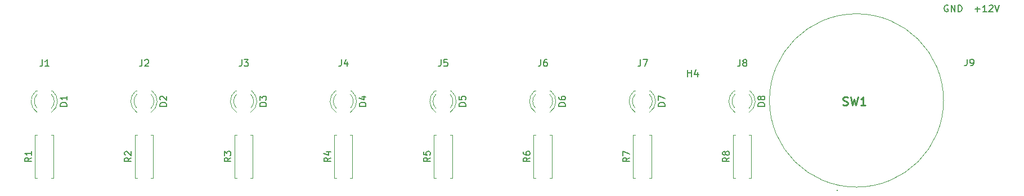
<source format=gto>
%TF.GenerationSoftware,KiCad,Pcbnew,9.0.0+dfsg-1*%
%TF.CreationDate,2025-03-17T15:51:43+01:00*%
%TF.ProjectId,control-matrix-8,636f6e74-726f-46c2-9d6d-61747269782d,1.0*%
%TF.SameCoordinates,Original*%
%TF.FileFunction,Legend,Top*%
%TF.FilePolarity,Positive*%
%FSLAX46Y46*%
G04 Gerber Fmt 4.6, Leading zero omitted, Abs format (unit mm)*
G04 Created by KiCad (PCBNEW 9.0.0+dfsg-1) date 2025-03-17 15:51:43*
%MOMM*%
%LPD*%
G01*
G04 APERTURE LIST*
%ADD10C,0.200000*%
%ADD11C,0.150000*%
%ADD12C,0.254000*%
%ADD13C,0.120000*%
%ADD14C,0.100000*%
G04 APERTURE END LIST*
D10*
X201393482Y-80514838D02*
X201298244Y-80467219D01*
X201298244Y-80467219D02*
X201155387Y-80467219D01*
X201155387Y-80467219D02*
X201012530Y-80514838D01*
X201012530Y-80514838D02*
X200917292Y-80610076D01*
X200917292Y-80610076D02*
X200869673Y-80705314D01*
X200869673Y-80705314D02*
X200822054Y-80895790D01*
X200822054Y-80895790D02*
X200822054Y-81038647D01*
X200822054Y-81038647D02*
X200869673Y-81229123D01*
X200869673Y-81229123D02*
X200917292Y-81324361D01*
X200917292Y-81324361D02*
X201012530Y-81419600D01*
X201012530Y-81419600D02*
X201155387Y-81467219D01*
X201155387Y-81467219D02*
X201250625Y-81467219D01*
X201250625Y-81467219D02*
X201393482Y-81419600D01*
X201393482Y-81419600D02*
X201441101Y-81371980D01*
X201441101Y-81371980D02*
X201441101Y-81038647D01*
X201441101Y-81038647D02*
X201250625Y-81038647D01*
X201869673Y-81467219D02*
X201869673Y-80467219D01*
X201869673Y-80467219D02*
X202441101Y-81467219D01*
X202441101Y-81467219D02*
X202441101Y-80467219D01*
X202917292Y-81467219D02*
X202917292Y-80467219D01*
X202917292Y-80467219D02*
X203155387Y-80467219D01*
X203155387Y-80467219D02*
X203298244Y-80514838D01*
X203298244Y-80514838D02*
X203393482Y-80610076D01*
X203393482Y-80610076D02*
X203441101Y-80705314D01*
X203441101Y-80705314D02*
X203488720Y-80895790D01*
X203488720Y-80895790D02*
X203488720Y-81038647D01*
X203488720Y-81038647D02*
X203441101Y-81229123D01*
X203441101Y-81229123D02*
X203393482Y-81324361D01*
X203393482Y-81324361D02*
X203298244Y-81419600D01*
X203298244Y-81419600D02*
X203155387Y-81467219D01*
X203155387Y-81467219D02*
X202917292Y-81467219D01*
X205441102Y-81086266D02*
X206203007Y-81086266D01*
X205822054Y-81467219D02*
X205822054Y-80705314D01*
X207203006Y-81467219D02*
X206631578Y-81467219D01*
X206917292Y-81467219D02*
X206917292Y-80467219D01*
X206917292Y-80467219D02*
X206822054Y-80610076D01*
X206822054Y-80610076D02*
X206726816Y-80705314D01*
X206726816Y-80705314D02*
X206631578Y-80752933D01*
X207583959Y-80562457D02*
X207631578Y-80514838D01*
X207631578Y-80514838D02*
X207726816Y-80467219D01*
X207726816Y-80467219D02*
X207964911Y-80467219D01*
X207964911Y-80467219D02*
X208060149Y-80514838D01*
X208060149Y-80514838D02*
X208107768Y-80562457D01*
X208107768Y-80562457D02*
X208155387Y-80657695D01*
X208155387Y-80657695D02*
X208155387Y-80752933D01*
X208155387Y-80752933D02*
X208107768Y-80895790D01*
X208107768Y-80895790D02*
X207536340Y-81467219D01*
X207536340Y-81467219D02*
X208155387Y-81467219D01*
X208441102Y-80467219D02*
X208774435Y-81467219D01*
X208774435Y-81467219D02*
X209107768Y-80467219D01*
D11*
X98814819Y-95738094D02*
X97814819Y-95738094D01*
X97814819Y-95738094D02*
X97814819Y-95499999D01*
X97814819Y-95499999D02*
X97862438Y-95357142D01*
X97862438Y-95357142D02*
X97957676Y-95261904D01*
X97957676Y-95261904D02*
X98052914Y-95214285D01*
X98052914Y-95214285D02*
X98243390Y-95166666D01*
X98243390Y-95166666D02*
X98386247Y-95166666D01*
X98386247Y-95166666D02*
X98576723Y-95214285D01*
X98576723Y-95214285D02*
X98671961Y-95261904D01*
X98671961Y-95261904D02*
X98767200Y-95357142D01*
X98767200Y-95357142D02*
X98814819Y-95499999D01*
X98814819Y-95499999D02*
X98814819Y-95738094D01*
X97814819Y-94833332D02*
X97814819Y-94214285D01*
X97814819Y-94214285D02*
X98195771Y-94547618D01*
X98195771Y-94547618D02*
X98195771Y-94404761D01*
X98195771Y-94404761D02*
X98243390Y-94309523D01*
X98243390Y-94309523D02*
X98291009Y-94261904D01*
X98291009Y-94261904D02*
X98386247Y-94214285D01*
X98386247Y-94214285D02*
X98624342Y-94214285D01*
X98624342Y-94214285D02*
X98719580Y-94261904D01*
X98719580Y-94261904D02*
X98767200Y-94309523D01*
X98767200Y-94309523D02*
X98814819Y-94404761D01*
X98814819Y-94404761D02*
X98814819Y-94690475D01*
X98814819Y-94690475D02*
X98767200Y-94785713D01*
X98767200Y-94785713D02*
X98719580Y-94833332D01*
D12*
X185589776Y-95545062D02*
X185771205Y-95605538D01*
X185771205Y-95605538D02*
X186073586Y-95605538D01*
X186073586Y-95605538D02*
X186194538Y-95545062D01*
X186194538Y-95545062D02*
X186255014Y-95484585D01*
X186255014Y-95484585D02*
X186315491Y-95363633D01*
X186315491Y-95363633D02*
X186315491Y-95242681D01*
X186315491Y-95242681D02*
X186255014Y-95121728D01*
X186255014Y-95121728D02*
X186194538Y-95061252D01*
X186194538Y-95061252D02*
X186073586Y-95000776D01*
X186073586Y-95000776D02*
X185831681Y-94940300D01*
X185831681Y-94940300D02*
X185710729Y-94879823D01*
X185710729Y-94879823D02*
X185650252Y-94819347D01*
X185650252Y-94819347D02*
X185589776Y-94698395D01*
X185589776Y-94698395D02*
X185589776Y-94577442D01*
X185589776Y-94577442D02*
X185650252Y-94456490D01*
X185650252Y-94456490D02*
X185710729Y-94396014D01*
X185710729Y-94396014D02*
X185831681Y-94335538D01*
X185831681Y-94335538D02*
X186134062Y-94335538D01*
X186134062Y-94335538D02*
X186315491Y-94396014D01*
X186738824Y-94335538D02*
X187041205Y-95605538D01*
X187041205Y-95605538D02*
X187283110Y-94698395D01*
X187283110Y-94698395D02*
X187525015Y-95605538D01*
X187525015Y-95605538D02*
X187827396Y-94335538D01*
X188976444Y-95605538D02*
X188250729Y-95605538D01*
X188613586Y-95605538D02*
X188613586Y-94335538D01*
X188613586Y-94335538D02*
X188492634Y-94516966D01*
X188492634Y-94516966D02*
X188371682Y-94637919D01*
X188371682Y-94637919D02*
X188250729Y-94698395D01*
D11*
X168484819Y-103526666D02*
X168008628Y-103859999D01*
X168484819Y-104098094D02*
X167484819Y-104098094D01*
X167484819Y-104098094D02*
X167484819Y-103717142D01*
X167484819Y-103717142D02*
X167532438Y-103621904D01*
X167532438Y-103621904D02*
X167580057Y-103574285D01*
X167580057Y-103574285D02*
X167675295Y-103526666D01*
X167675295Y-103526666D02*
X167818152Y-103526666D01*
X167818152Y-103526666D02*
X167913390Y-103574285D01*
X167913390Y-103574285D02*
X167961009Y-103621904D01*
X167961009Y-103621904D02*
X168008628Y-103717142D01*
X168008628Y-103717142D02*
X168008628Y-104098094D01*
X167913390Y-102955237D02*
X167865771Y-103050475D01*
X167865771Y-103050475D02*
X167818152Y-103098094D01*
X167818152Y-103098094D02*
X167722914Y-103145713D01*
X167722914Y-103145713D02*
X167675295Y-103145713D01*
X167675295Y-103145713D02*
X167580057Y-103098094D01*
X167580057Y-103098094D02*
X167532438Y-103050475D01*
X167532438Y-103050475D02*
X167484819Y-102955237D01*
X167484819Y-102955237D02*
X167484819Y-102764761D01*
X167484819Y-102764761D02*
X167532438Y-102669523D01*
X167532438Y-102669523D02*
X167580057Y-102621904D01*
X167580057Y-102621904D02*
X167675295Y-102574285D01*
X167675295Y-102574285D02*
X167722914Y-102574285D01*
X167722914Y-102574285D02*
X167818152Y-102621904D01*
X167818152Y-102621904D02*
X167865771Y-102669523D01*
X167865771Y-102669523D02*
X167913390Y-102764761D01*
X167913390Y-102764761D02*
X167913390Y-102955237D01*
X167913390Y-102955237D02*
X167961009Y-103050475D01*
X167961009Y-103050475D02*
X168008628Y-103098094D01*
X168008628Y-103098094D02*
X168103866Y-103145713D01*
X168103866Y-103145713D02*
X168294342Y-103145713D01*
X168294342Y-103145713D02*
X168389580Y-103098094D01*
X168389580Y-103098094D02*
X168437200Y-103050475D01*
X168437200Y-103050475D02*
X168484819Y-102955237D01*
X168484819Y-102955237D02*
X168484819Y-102764761D01*
X168484819Y-102764761D02*
X168437200Y-102669523D01*
X168437200Y-102669523D02*
X168389580Y-102621904D01*
X168389580Y-102621904D02*
X168294342Y-102574285D01*
X168294342Y-102574285D02*
X168103866Y-102574285D01*
X168103866Y-102574285D02*
X168008628Y-102621904D01*
X168008628Y-102621904D02*
X167961009Y-102669523D01*
X167961009Y-102669523D02*
X167913390Y-102764761D01*
X153484819Y-103526666D02*
X153008628Y-103859999D01*
X153484819Y-104098094D02*
X152484819Y-104098094D01*
X152484819Y-104098094D02*
X152484819Y-103717142D01*
X152484819Y-103717142D02*
X152532438Y-103621904D01*
X152532438Y-103621904D02*
X152580057Y-103574285D01*
X152580057Y-103574285D02*
X152675295Y-103526666D01*
X152675295Y-103526666D02*
X152818152Y-103526666D01*
X152818152Y-103526666D02*
X152913390Y-103574285D01*
X152913390Y-103574285D02*
X152961009Y-103621904D01*
X152961009Y-103621904D02*
X153008628Y-103717142D01*
X153008628Y-103717142D02*
X153008628Y-104098094D01*
X152484819Y-103193332D02*
X152484819Y-102526666D01*
X152484819Y-102526666D02*
X153484819Y-102955237D01*
X162238095Y-91254819D02*
X162238095Y-90254819D01*
X162238095Y-90731009D02*
X162809523Y-90731009D01*
X162809523Y-91254819D02*
X162809523Y-90254819D01*
X163714285Y-90588152D02*
X163714285Y-91254819D01*
X163476190Y-90207200D02*
X163238095Y-90921485D01*
X163238095Y-90921485D02*
X163857142Y-90921485D01*
X78484819Y-103526666D02*
X78008628Y-103859999D01*
X78484819Y-104098094D02*
X77484819Y-104098094D01*
X77484819Y-104098094D02*
X77484819Y-103717142D01*
X77484819Y-103717142D02*
X77532438Y-103621904D01*
X77532438Y-103621904D02*
X77580057Y-103574285D01*
X77580057Y-103574285D02*
X77675295Y-103526666D01*
X77675295Y-103526666D02*
X77818152Y-103526666D01*
X77818152Y-103526666D02*
X77913390Y-103574285D01*
X77913390Y-103574285D02*
X77961009Y-103621904D01*
X77961009Y-103621904D02*
X78008628Y-103717142D01*
X78008628Y-103717142D02*
X78008628Y-104098094D01*
X77580057Y-103145713D02*
X77532438Y-103098094D01*
X77532438Y-103098094D02*
X77484819Y-103002856D01*
X77484819Y-103002856D02*
X77484819Y-102764761D01*
X77484819Y-102764761D02*
X77532438Y-102669523D01*
X77532438Y-102669523D02*
X77580057Y-102621904D01*
X77580057Y-102621904D02*
X77675295Y-102574285D01*
X77675295Y-102574285D02*
X77770533Y-102574285D01*
X77770533Y-102574285D02*
X77913390Y-102621904D01*
X77913390Y-102621904D02*
X78484819Y-103193332D01*
X78484819Y-103193332D02*
X78484819Y-102574285D01*
X83814819Y-95738094D02*
X82814819Y-95738094D01*
X82814819Y-95738094D02*
X82814819Y-95499999D01*
X82814819Y-95499999D02*
X82862438Y-95357142D01*
X82862438Y-95357142D02*
X82957676Y-95261904D01*
X82957676Y-95261904D02*
X83052914Y-95214285D01*
X83052914Y-95214285D02*
X83243390Y-95166666D01*
X83243390Y-95166666D02*
X83386247Y-95166666D01*
X83386247Y-95166666D02*
X83576723Y-95214285D01*
X83576723Y-95214285D02*
X83671961Y-95261904D01*
X83671961Y-95261904D02*
X83767200Y-95357142D01*
X83767200Y-95357142D02*
X83814819Y-95499999D01*
X83814819Y-95499999D02*
X83814819Y-95738094D01*
X82910057Y-94785713D02*
X82862438Y-94738094D01*
X82862438Y-94738094D02*
X82814819Y-94642856D01*
X82814819Y-94642856D02*
X82814819Y-94404761D01*
X82814819Y-94404761D02*
X82862438Y-94309523D01*
X82862438Y-94309523D02*
X82910057Y-94261904D01*
X82910057Y-94261904D02*
X83005295Y-94214285D01*
X83005295Y-94214285D02*
X83100533Y-94214285D01*
X83100533Y-94214285D02*
X83243390Y-94261904D01*
X83243390Y-94261904D02*
X83814819Y-94833332D01*
X83814819Y-94833332D02*
X83814819Y-94214285D01*
X143814819Y-95738094D02*
X142814819Y-95738094D01*
X142814819Y-95738094D02*
X142814819Y-95499999D01*
X142814819Y-95499999D02*
X142862438Y-95357142D01*
X142862438Y-95357142D02*
X142957676Y-95261904D01*
X142957676Y-95261904D02*
X143052914Y-95214285D01*
X143052914Y-95214285D02*
X143243390Y-95166666D01*
X143243390Y-95166666D02*
X143386247Y-95166666D01*
X143386247Y-95166666D02*
X143576723Y-95214285D01*
X143576723Y-95214285D02*
X143671961Y-95261904D01*
X143671961Y-95261904D02*
X143767200Y-95357142D01*
X143767200Y-95357142D02*
X143814819Y-95499999D01*
X143814819Y-95499999D02*
X143814819Y-95738094D01*
X142814819Y-94309523D02*
X142814819Y-94499999D01*
X142814819Y-94499999D02*
X142862438Y-94595237D01*
X142862438Y-94595237D02*
X142910057Y-94642856D01*
X142910057Y-94642856D02*
X143052914Y-94738094D01*
X143052914Y-94738094D02*
X143243390Y-94785713D01*
X143243390Y-94785713D02*
X143624342Y-94785713D01*
X143624342Y-94785713D02*
X143719580Y-94738094D01*
X143719580Y-94738094D02*
X143767200Y-94690475D01*
X143767200Y-94690475D02*
X143814819Y-94595237D01*
X143814819Y-94595237D02*
X143814819Y-94404761D01*
X143814819Y-94404761D02*
X143767200Y-94309523D01*
X143767200Y-94309523D02*
X143719580Y-94261904D01*
X143719580Y-94261904D02*
X143624342Y-94214285D01*
X143624342Y-94214285D02*
X143386247Y-94214285D01*
X143386247Y-94214285D02*
X143291009Y-94261904D01*
X143291009Y-94261904D02*
X143243390Y-94309523D01*
X143243390Y-94309523D02*
X143195771Y-94404761D01*
X143195771Y-94404761D02*
X143195771Y-94595237D01*
X143195771Y-94595237D02*
X143243390Y-94690475D01*
X143243390Y-94690475D02*
X143291009Y-94738094D01*
X143291009Y-94738094D02*
X143386247Y-94785713D01*
X138484819Y-103526666D02*
X138008628Y-103859999D01*
X138484819Y-104098094D02*
X137484819Y-104098094D01*
X137484819Y-104098094D02*
X137484819Y-103717142D01*
X137484819Y-103717142D02*
X137532438Y-103621904D01*
X137532438Y-103621904D02*
X137580057Y-103574285D01*
X137580057Y-103574285D02*
X137675295Y-103526666D01*
X137675295Y-103526666D02*
X137818152Y-103526666D01*
X137818152Y-103526666D02*
X137913390Y-103574285D01*
X137913390Y-103574285D02*
X137961009Y-103621904D01*
X137961009Y-103621904D02*
X138008628Y-103717142D01*
X138008628Y-103717142D02*
X138008628Y-104098094D01*
X137484819Y-102669523D02*
X137484819Y-102859999D01*
X137484819Y-102859999D02*
X137532438Y-102955237D01*
X137532438Y-102955237D02*
X137580057Y-103002856D01*
X137580057Y-103002856D02*
X137722914Y-103098094D01*
X137722914Y-103098094D02*
X137913390Y-103145713D01*
X137913390Y-103145713D02*
X138294342Y-103145713D01*
X138294342Y-103145713D02*
X138389580Y-103098094D01*
X138389580Y-103098094D02*
X138437200Y-103050475D01*
X138437200Y-103050475D02*
X138484819Y-102955237D01*
X138484819Y-102955237D02*
X138484819Y-102764761D01*
X138484819Y-102764761D02*
X138437200Y-102669523D01*
X138437200Y-102669523D02*
X138389580Y-102621904D01*
X138389580Y-102621904D02*
X138294342Y-102574285D01*
X138294342Y-102574285D02*
X138056247Y-102574285D01*
X138056247Y-102574285D02*
X137961009Y-102621904D01*
X137961009Y-102621904D02*
X137913390Y-102669523D01*
X137913390Y-102669523D02*
X137865771Y-102764761D01*
X137865771Y-102764761D02*
X137865771Y-102955237D01*
X137865771Y-102955237D02*
X137913390Y-103050475D01*
X137913390Y-103050475D02*
X137961009Y-103098094D01*
X137961009Y-103098094D02*
X138056247Y-103145713D01*
X128814819Y-95738094D02*
X127814819Y-95738094D01*
X127814819Y-95738094D02*
X127814819Y-95499999D01*
X127814819Y-95499999D02*
X127862438Y-95357142D01*
X127862438Y-95357142D02*
X127957676Y-95261904D01*
X127957676Y-95261904D02*
X128052914Y-95214285D01*
X128052914Y-95214285D02*
X128243390Y-95166666D01*
X128243390Y-95166666D02*
X128386247Y-95166666D01*
X128386247Y-95166666D02*
X128576723Y-95214285D01*
X128576723Y-95214285D02*
X128671961Y-95261904D01*
X128671961Y-95261904D02*
X128767200Y-95357142D01*
X128767200Y-95357142D02*
X128814819Y-95499999D01*
X128814819Y-95499999D02*
X128814819Y-95738094D01*
X127814819Y-94261904D02*
X127814819Y-94738094D01*
X127814819Y-94738094D02*
X128291009Y-94785713D01*
X128291009Y-94785713D02*
X128243390Y-94738094D01*
X128243390Y-94738094D02*
X128195771Y-94642856D01*
X128195771Y-94642856D02*
X128195771Y-94404761D01*
X128195771Y-94404761D02*
X128243390Y-94309523D01*
X128243390Y-94309523D02*
X128291009Y-94261904D01*
X128291009Y-94261904D02*
X128386247Y-94214285D01*
X128386247Y-94214285D02*
X128624342Y-94214285D01*
X128624342Y-94214285D02*
X128719580Y-94261904D01*
X128719580Y-94261904D02*
X128767200Y-94309523D01*
X128767200Y-94309523D02*
X128814819Y-94404761D01*
X128814819Y-94404761D02*
X128814819Y-94642856D01*
X128814819Y-94642856D02*
X128767200Y-94738094D01*
X128767200Y-94738094D02*
X128719580Y-94785713D01*
X158814819Y-95738094D02*
X157814819Y-95738094D01*
X157814819Y-95738094D02*
X157814819Y-95499999D01*
X157814819Y-95499999D02*
X157862438Y-95357142D01*
X157862438Y-95357142D02*
X157957676Y-95261904D01*
X157957676Y-95261904D02*
X158052914Y-95214285D01*
X158052914Y-95214285D02*
X158243390Y-95166666D01*
X158243390Y-95166666D02*
X158386247Y-95166666D01*
X158386247Y-95166666D02*
X158576723Y-95214285D01*
X158576723Y-95214285D02*
X158671961Y-95261904D01*
X158671961Y-95261904D02*
X158767200Y-95357142D01*
X158767200Y-95357142D02*
X158814819Y-95499999D01*
X158814819Y-95499999D02*
X158814819Y-95738094D01*
X157814819Y-94833332D02*
X157814819Y-94166666D01*
X157814819Y-94166666D02*
X158814819Y-94595237D01*
X113814819Y-95738094D02*
X112814819Y-95738094D01*
X112814819Y-95738094D02*
X112814819Y-95499999D01*
X112814819Y-95499999D02*
X112862438Y-95357142D01*
X112862438Y-95357142D02*
X112957676Y-95261904D01*
X112957676Y-95261904D02*
X113052914Y-95214285D01*
X113052914Y-95214285D02*
X113243390Y-95166666D01*
X113243390Y-95166666D02*
X113386247Y-95166666D01*
X113386247Y-95166666D02*
X113576723Y-95214285D01*
X113576723Y-95214285D02*
X113671961Y-95261904D01*
X113671961Y-95261904D02*
X113767200Y-95357142D01*
X113767200Y-95357142D02*
X113814819Y-95499999D01*
X113814819Y-95499999D02*
X113814819Y-95738094D01*
X113148152Y-94309523D02*
X113814819Y-94309523D01*
X112767200Y-94547618D02*
X113481485Y-94785713D01*
X113481485Y-94785713D02*
X113481485Y-94166666D01*
X123484819Y-103526666D02*
X123008628Y-103859999D01*
X123484819Y-104098094D02*
X122484819Y-104098094D01*
X122484819Y-104098094D02*
X122484819Y-103717142D01*
X122484819Y-103717142D02*
X122532438Y-103621904D01*
X122532438Y-103621904D02*
X122580057Y-103574285D01*
X122580057Y-103574285D02*
X122675295Y-103526666D01*
X122675295Y-103526666D02*
X122818152Y-103526666D01*
X122818152Y-103526666D02*
X122913390Y-103574285D01*
X122913390Y-103574285D02*
X122961009Y-103621904D01*
X122961009Y-103621904D02*
X123008628Y-103717142D01*
X123008628Y-103717142D02*
X123008628Y-104098094D01*
X122484819Y-102621904D02*
X122484819Y-103098094D01*
X122484819Y-103098094D02*
X122961009Y-103145713D01*
X122961009Y-103145713D02*
X122913390Y-103098094D01*
X122913390Y-103098094D02*
X122865771Y-103002856D01*
X122865771Y-103002856D02*
X122865771Y-102764761D01*
X122865771Y-102764761D02*
X122913390Y-102669523D01*
X122913390Y-102669523D02*
X122961009Y-102621904D01*
X122961009Y-102621904D02*
X123056247Y-102574285D01*
X123056247Y-102574285D02*
X123294342Y-102574285D01*
X123294342Y-102574285D02*
X123389580Y-102621904D01*
X123389580Y-102621904D02*
X123437200Y-102669523D01*
X123437200Y-102669523D02*
X123484819Y-102764761D01*
X123484819Y-102764761D02*
X123484819Y-103002856D01*
X123484819Y-103002856D02*
X123437200Y-103098094D01*
X123437200Y-103098094D02*
X123389580Y-103145713D01*
X108484819Y-103526666D02*
X108008628Y-103859999D01*
X108484819Y-104098094D02*
X107484819Y-104098094D01*
X107484819Y-104098094D02*
X107484819Y-103717142D01*
X107484819Y-103717142D02*
X107532438Y-103621904D01*
X107532438Y-103621904D02*
X107580057Y-103574285D01*
X107580057Y-103574285D02*
X107675295Y-103526666D01*
X107675295Y-103526666D02*
X107818152Y-103526666D01*
X107818152Y-103526666D02*
X107913390Y-103574285D01*
X107913390Y-103574285D02*
X107961009Y-103621904D01*
X107961009Y-103621904D02*
X108008628Y-103717142D01*
X108008628Y-103717142D02*
X108008628Y-104098094D01*
X107818152Y-102669523D02*
X108484819Y-102669523D01*
X107437200Y-102907618D02*
X108151485Y-103145713D01*
X108151485Y-103145713D02*
X108151485Y-102526666D01*
X173814819Y-95738094D02*
X172814819Y-95738094D01*
X172814819Y-95738094D02*
X172814819Y-95499999D01*
X172814819Y-95499999D02*
X172862438Y-95357142D01*
X172862438Y-95357142D02*
X172957676Y-95261904D01*
X172957676Y-95261904D02*
X173052914Y-95214285D01*
X173052914Y-95214285D02*
X173243390Y-95166666D01*
X173243390Y-95166666D02*
X173386247Y-95166666D01*
X173386247Y-95166666D02*
X173576723Y-95214285D01*
X173576723Y-95214285D02*
X173671961Y-95261904D01*
X173671961Y-95261904D02*
X173767200Y-95357142D01*
X173767200Y-95357142D02*
X173814819Y-95499999D01*
X173814819Y-95499999D02*
X173814819Y-95738094D01*
X173243390Y-94595237D02*
X173195771Y-94690475D01*
X173195771Y-94690475D02*
X173148152Y-94738094D01*
X173148152Y-94738094D02*
X173052914Y-94785713D01*
X173052914Y-94785713D02*
X173005295Y-94785713D01*
X173005295Y-94785713D02*
X172910057Y-94738094D01*
X172910057Y-94738094D02*
X172862438Y-94690475D01*
X172862438Y-94690475D02*
X172814819Y-94595237D01*
X172814819Y-94595237D02*
X172814819Y-94404761D01*
X172814819Y-94404761D02*
X172862438Y-94309523D01*
X172862438Y-94309523D02*
X172910057Y-94261904D01*
X172910057Y-94261904D02*
X173005295Y-94214285D01*
X173005295Y-94214285D02*
X173052914Y-94214285D01*
X173052914Y-94214285D02*
X173148152Y-94261904D01*
X173148152Y-94261904D02*
X173195771Y-94309523D01*
X173195771Y-94309523D02*
X173243390Y-94404761D01*
X173243390Y-94404761D02*
X173243390Y-94595237D01*
X173243390Y-94595237D02*
X173291009Y-94690475D01*
X173291009Y-94690475D02*
X173338628Y-94738094D01*
X173338628Y-94738094D02*
X173433866Y-94785713D01*
X173433866Y-94785713D02*
X173624342Y-94785713D01*
X173624342Y-94785713D02*
X173719580Y-94738094D01*
X173719580Y-94738094D02*
X173767200Y-94690475D01*
X173767200Y-94690475D02*
X173814819Y-94595237D01*
X173814819Y-94595237D02*
X173814819Y-94404761D01*
X173814819Y-94404761D02*
X173767200Y-94309523D01*
X173767200Y-94309523D02*
X173719580Y-94261904D01*
X173719580Y-94261904D02*
X173624342Y-94214285D01*
X173624342Y-94214285D02*
X173433866Y-94214285D01*
X173433866Y-94214285D02*
X173338628Y-94261904D01*
X173338628Y-94261904D02*
X173291009Y-94309523D01*
X173291009Y-94309523D02*
X173243390Y-94404761D01*
X63484819Y-103526666D02*
X63008628Y-103859999D01*
X63484819Y-104098094D02*
X62484819Y-104098094D01*
X62484819Y-104098094D02*
X62484819Y-103717142D01*
X62484819Y-103717142D02*
X62532438Y-103621904D01*
X62532438Y-103621904D02*
X62580057Y-103574285D01*
X62580057Y-103574285D02*
X62675295Y-103526666D01*
X62675295Y-103526666D02*
X62818152Y-103526666D01*
X62818152Y-103526666D02*
X62913390Y-103574285D01*
X62913390Y-103574285D02*
X62961009Y-103621904D01*
X62961009Y-103621904D02*
X63008628Y-103717142D01*
X63008628Y-103717142D02*
X63008628Y-104098094D01*
X63484819Y-102574285D02*
X63484819Y-103145713D01*
X63484819Y-102859999D02*
X62484819Y-102859999D01*
X62484819Y-102859999D02*
X62627676Y-102955237D01*
X62627676Y-102955237D02*
X62722914Y-103050475D01*
X62722914Y-103050475D02*
X62770533Y-103145713D01*
X68814819Y-95738094D02*
X67814819Y-95738094D01*
X67814819Y-95738094D02*
X67814819Y-95499999D01*
X67814819Y-95499999D02*
X67862438Y-95357142D01*
X67862438Y-95357142D02*
X67957676Y-95261904D01*
X67957676Y-95261904D02*
X68052914Y-95214285D01*
X68052914Y-95214285D02*
X68243390Y-95166666D01*
X68243390Y-95166666D02*
X68386247Y-95166666D01*
X68386247Y-95166666D02*
X68576723Y-95214285D01*
X68576723Y-95214285D02*
X68671961Y-95261904D01*
X68671961Y-95261904D02*
X68767200Y-95357142D01*
X68767200Y-95357142D02*
X68814819Y-95499999D01*
X68814819Y-95499999D02*
X68814819Y-95738094D01*
X68814819Y-94214285D02*
X68814819Y-94785713D01*
X68814819Y-94499999D02*
X67814819Y-94499999D01*
X67814819Y-94499999D02*
X67957676Y-94595237D01*
X67957676Y-94595237D02*
X68052914Y-94690475D01*
X68052914Y-94690475D02*
X68100533Y-94785713D01*
X93484819Y-103526666D02*
X93008628Y-103859999D01*
X93484819Y-104098094D02*
X92484819Y-104098094D01*
X92484819Y-104098094D02*
X92484819Y-103717142D01*
X92484819Y-103717142D02*
X92532438Y-103621904D01*
X92532438Y-103621904D02*
X92580057Y-103574285D01*
X92580057Y-103574285D02*
X92675295Y-103526666D01*
X92675295Y-103526666D02*
X92818152Y-103526666D01*
X92818152Y-103526666D02*
X92913390Y-103574285D01*
X92913390Y-103574285D02*
X92961009Y-103621904D01*
X92961009Y-103621904D02*
X93008628Y-103717142D01*
X93008628Y-103717142D02*
X93008628Y-104098094D01*
X92484819Y-103193332D02*
X92484819Y-102574285D01*
X92484819Y-102574285D02*
X92865771Y-102907618D01*
X92865771Y-102907618D02*
X92865771Y-102764761D01*
X92865771Y-102764761D02*
X92913390Y-102669523D01*
X92913390Y-102669523D02*
X92961009Y-102621904D01*
X92961009Y-102621904D02*
X93056247Y-102574285D01*
X93056247Y-102574285D02*
X93294342Y-102574285D01*
X93294342Y-102574285D02*
X93389580Y-102621904D01*
X93389580Y-102621904D02*
X93437200Y-102669523D01*
X93437200Y-102669523D02*
X93484819Y-102764761D01*
X93484819Y-102764761D02*
X93484819Y-103050475D01*
X93484819Y-103050475D02*
X93437200Y-103145713D01*
X93437200Y-103145713D02*
X93389580Y-103193332D01*
X65106666Y-88704819D02*
X65106666Y-89419104D01*
X65106666Y-89419104D02*
X65059047Y-89561961D01*
X65059047Y-89561961D02*
X64963809Y-89657200D01*
X64963809Y-89657200D02*
X64820952Y-89704819D01*
X64820952Y-89704819D02*
X64725714Y-89704819D01*
X66106666Y-89704819D02*
X65535238Y-89704819D01*
X65820952Y-89704819D02*
X65820952Y-88704819D01*
X65820952Y-88704819D02*
X65725714Y-88847676D01*
X65725714Y-88847676D02*
X65630476Y-88942914D01*
X65630476Y-88942914D02*
X65535238Y-88990533D01*
X155106666Y-88704819D02*
X155106666Y-89419104D01*
X155106666Y-89419104D02*
X155059047Y-89561961D01*
X155059047Y-89561961D02*
X154963809Y-89657200D01*
X154963809Y-89657200D02*
X154820952Y-89704819D01*
X154820952Y-89704819D02*
X154725714Y-89704819D01*
X155487619Y-88704819D02*
X156154285Y-88704819D01*
X156154285Y-88704819D02*
X155725714Y-89704819D01*
X80106666Y-88704819D02*
X80106666Y-89419104D01*
X80106666Y-89419104D02*
X80059047Y-89561961D01*
X80059047Y-89561961D02*
X79963809Y-89657200D01*
X79963809Y-89657200D02*
X79820952Y-89704819D01*
X79820952Y-89704819D02*
X79725714Y-89704819D01*
X80535238Y-88800057D02*
X80582857Y-88752438D01*
X80582857Y-88752438D02*
X80678095Y-88704819D01*
X80678095Y-88704819D02*
X80916190Y-88704819D01*
X80916190Y-88704819D02*
X81011428Y-88752438D01*
X81011428Y-88752438D02*
X81059047Y-88800057D01*
X81059047Y-88800057D02*
X81106666Y-88895295D01*
X81106666Y-88895295D02*
X81106666Y-88990533D01*
X81106666Y-88990533D02*
X81059047Y-89133390D01*
X81059047Y-89133390D02*
X80487619Y-89704819D01*
X80487619Y-89704819D02*
X81106666Y-89704819D01*
X140106666Y-88704819D02*
X140106666Y-89419104D01*
X140106666Y-89419104D02*
X140059047Y-89561961D01*
X140059047Y-89561961D02*
X139963809Y-89657200D01*
X139963809Y-89657200D02*
X139820952Y-89704819D01*
X139820952Y-89704819D02*
X139725714Y-89704819D01*
X141011428Y-88704819D02*
X140820952Y-88704819D01*
X140820952Y-88704819D02*
X140725714Y-88752438D01*
X140725714Y-88752438D02*
X140678095Y-88800057D01*
X140678095Y-88800057D02*
X140582857Y-88942914D01*
X140582857Y-88942914D02*
X140535238Y-89133390D01*
X140535238Y-89133390D02*
X140535238Y-89514342D01*
X140535238Y-89514342D02*
X140582857Y-89609580D01*
X140582857Y-89609580D02*
X140630476Y-89657200D01*
X140630476Y-89657200D02*
X140725714Y-89704819D01*
X140725714Y-89704819D02*
X140916190Y-89704819D01*
X140916190Y-89704819D02*
X141011428Y-89657200D01*
X141011428Y-89657200D02*
X141059047Y-89609580D01*
X141059047Y-89609580D02*
X141106666Y-89514342D01*
X141106666Y-89514342D02*
X141106666Y-89276247D01*
X141106666Y-89276247D02*
X141059047Y-89181009D01*
X141059047Y-89181009D02*
X141011428Y-89133390D01*
X141011428Y-89133390D02*
X140916190Y-89085771D01*
X140916190Y-89085771D02*
X140725714Y-89085771D01*
X140725714Y-89085771D02*
X140630476Y-89133390D01*
X140630476Y-89133390D02*
X140582857Y-89181009D01*
X140582857Y-89181009D02*
X140535238Y-89276247D01*
X170106666Y-88704819D02*
X170106666Y-89419104D01*
X170106666Y-89419104D02*
X170059047Y-89561961D01*
X170059047Y-89561961D02*
X169963809Y-89657200D01*
X169963809Y-89657200D02*
X169820952Y-89704819D01*
X169820952Y-89704819D02*
X169725714Y-89704819D01*
X170725714Y-89133390D02*
X170630476Y-89085771D01*
X170630476Y-89085771D02*
X170582857Y-89038152D01*
X170582857Y-89038152D02*
X170535238Y-88942914D01*
X170535238Y-88942914D02*
X170535238Y-88895295D01*
X170535238Y-88895295D02*
X170582857Y-88800057D01*
X170582857Y-88800057D02*
X170630476Y-88752438D01*
X170630476Y-88752438D02*
X170725714Y-88704819D01*
X170725714Y-88704819D02*
X170916190Y-88704819D01*
X170916190Y-88704819D02*
X171011428Y-88752438D01*
X171011428Y-88752438D02*
X171059047Y-88800057D01*
X171059047Y-88800057D02*
X171106666Y-88895295D01*
X171106666Y-88895295D02*
X171106666Y-88942914D01*
X171106666Y-88942914D02*
X171059047Y-89038152D01*
X171059047Y-89038152D02*
X171011428Y-89085771D01*
X171011428Y-89085771D02*
X170916190Y-89133390D01*
X170916190Y-89133390D02*
X170725714Y-89133390D01*
X170725714Y-89133390D02*
X170630476Y-89181009D01*
X170630476Y-89181009D02*
X170582857Y-89228628D01*
X170582857Y-89228628D02*
X170535238Y-89323866D01*
X170535238Y-89323866D02*
X170535238Y-89514342D01*
X170535238Y-89514342D02*
X170582857Y-89609580D01*
X170582857Y-89609580D02*
X170630476Y-89657200D01*
X170630476Y-89657200D02*
X170725714Y-89704819D01*
X170725714Y-89704819D02*
X170916190Y-89704819D01*
X170916190Y-89704819D02*
X171011428Y-89657200D01*
X171011428Y-89657200D02*
X171059047Y-89609580D01*
X171059047Y-89609580D02*
X171106666Y-89514342D01*
X171106666Y-89514342D02*
X171106666Y-89323866D01*
X171106666Y-89323866D02*
X171059047Y-89228628D01*
X171059047Y-89228628D02*
X171011428Y-89181009D01*
X171011428Y-89181009D02*
X170916190Y-89133390D01*
X95106666Y-88704819D02*
X95106666Y-89419104D01*
X95106666Y-89419104D02*
X95059047Y-89561961D01*
X95059047Y-89561961D02*
X94963809Y-89657200D01*
X94963809Y-89657200D02*
X94820952Y-89704819D01*
X94820952Y-89704819D02*
X94725714Y-89704819D01*
X95487619Y-88704819D02*
X96106666Y-88704819D01*
X96106666Y-88704819D02*
X95773333Y-89085771D01*
X95773333Y-89085771D02*
X95916190Y-89085771D01*
X95916190Y-89085771D02*
X96011428Y-89133390D01*
X96011428Y-89133390D02*
X96059047Y-89181009D01*
X96059047Y-89181009D02*
X96106666Y-89276247D01*
X96106666Y-89276247D02*
X96106666Y-89514342D01*
X96106666Y-89514342D02*
X96059047Y-89609580D01*
X96059047Y-89609580D02*
X96011428Y-89657200D01*
X96011428Y-89657200D02*
X95916190Y-89704819D01*
X95916190Y-89704819D02*
X95630476Y-89704819D01*
X95630476Y-89704819D02*
X95535238Y-89657200D01*
X95535238Y-89657200D02*
X95487619Y-89609580D01*
X110106666Y-88704819D02*
X110106666Y-89419104D01*
X110106666Y-89419104D02*
X110059047Y-89561961D01*
X110059047Y-89561961D02*
X109963809Y-89657200D01*
X109963809Y-89657200D02*
X109820952Y-89704819D01*
X109820952Y-89704819D02*
X109725714Y-89704819D01*
X111011428Y-89038152D02*
X111011428Y-89704819D01*
X110773333Y-88657200D02*
X110535238Y-89371485D01*
X110535238Y-89371485D02*
X111154285Y-89371485D01*
X204266666Y-88634819D02*
X204266666Y-89349104D01*
X204266666Y-89349104D02*
X204219047Y-89491961D01*
X204219047Y-89491961D02*
X204123809Y-89587200D01*
X204123809Y-89587200D02*
X203980952Y-89634819D01*
X203980952Y-89634819D02*
X203885714Y-89634819D01*
X204790476Y-89634819D02*
X204980952Y-89634819D01*
X204980952Y-89634819D02*
X205076190Y-89587200D01*
X205076190Y-89587200D02*
X205123809Y-89539580D01*
X205123809Y-89539580D02*
X205219047Y-89396723D01*
X205219047Y-89396723D02*
X205266666Y-89206247D01*
X205266666Y-89206247D02*
X205266666Y-88825295D01*
X205266666Y-88825295D02*
X205219047Y-88730057D01*
X205219047Y-88730057D02*
X205171428Y-88682438D01*
X205171428Y-88682438D02*
X205076190Y-88634819D01*
X205076190Y-88634819D02*
X204885714Y-88634819D01*
X204885714Y-88634819D02*
X204790476Y-88682438D01*
X204790476Y-88682438D02*
X204742857Y-88730057D01*
X204742857Y-88730057D02*
X204695238Y-88825295D01*
X204695238Y-88825295D02*
X204695238Y-89063390D01*
X204695238Y-89063390D02*
X204742857Y-89158628D01*
X204742857Y-89158628D02*
X204790476Y-89206247D01*
X204790476Y-89206247D02*
X204885714Y-89253866D01*
X204885714Y-89253866D02*
X205076190Y-89253866D01*
X205076190Y-89253866D02*
X205171428Y-89206247D01*
X205171428Y-89206247D02*
X205219047Y-89158628D01*
X205219047Y-89158628D02*
X205266666Y-89063390D01*
X125106666Y-88704819D02*
X125106666Y-89419104D01*
X125106666Y-89419104D02*
X125059047Y-89561961D01*
X125059047Y-89561961D02*
X124963809Y-89657200D01*
X124963809Y-89657200D02*
X124820952Y-89704819D01*
X124820952Y-89704819D02*
X124725714Y-89704819D01*
X126059047Y-88704819D02*
X125582857Y-88704819D01*
X125582857Y-88704819D02*
X125535238Y-89181009D01*
X125535238Y-89181009D02*
X125582857Y-89133390D01*
X125582857Y-89133390D02*
X125678095Y-89085771D01*
X125678095Y-89085771D02*
X125916190Y-89085771D01*
X125916190Y-89085771D02*
X126011428Y-89133390D01*
X126011428Y-89133390D02*
X126059047Y-89181009D01*
X126059047Y-89181009D02*
X126106666Y-89276247D01*
X126106666Y-89276247D02*
X126106666Y-89514342D01*
X126106666Y-89514342D02*
X126059047Y-89609580D01*
X126059047Y-89609580D02*
X126011428Y-89657200D01*
X126011428Y-89657200D02*
X125916190Y-89704819D01*
X125916190Y-89704819D02*
X125678095Y-89704819D01*
X125678095Y-89704819D02*
X125582857Y-89657200D01*
X125582857Y-89657200D02*
X125535238Y-89609580D01*
D13*
%TO.C,D3*%
X94320000Y-93440000D02*
X94164000Y-93440000D01*
X96636000Y-93440000D02*
X96480000Y-93440000D01*
X94319939Y-96671397D02*
G75*
G02*
X94164484Y-93440000I1080061J1671397D01*
G01*
X94319951Y-96040910D02*
G75*
G02*
X94320000Y-93959039I1080049J1040910D01*
G01*
X96480000Y-93959039D02*
G75*
G02*
X96480049Y-96040910I-1080000J-1040961D01*
G01*
X96635516Y-93440000D02*
G75*
G02*
X96480061Y-96671397I-1235516J-1560000D01*
G01*
D11*
%TO.C,SW1*%
X184791220Y-108475000D02*
G75*
G02*
X184653220Y-108475000I-69000J0D01*
G01*
X184653220Y-108475000D02*
G75*
G02*
X184791220Y-108475000I69000J0D01*
G01*
D14*
X200727110Y-94878220D02*
G75*
G02*
X174527110Y-94878220I-13100000J0D01*
G01*
X174527110Y-94878220D02*
G75*
G02*
X200727110Y-94878220I13100000J0D01*
G01*
D13*
%TO.C,R8*%
X169030000Y-100090000D02*
X169360000Y-100090000D01*
X169030000Y-106630000D02*
X169030000Y-100090000D01*
X169360000Y-106630000D02*
X169030000Y-106630000D01*
X171440000Y-106630000D02*
X171770000Y-106630000D01*
X171770000Y-100090000D02*
X171440000Y-100090000D01*
X171770000Y-106630000D02*
X171770000Y-100090000D01*
%TO.C,R7*%
X154030000Y-100090000D02*
X154360000Y-100090000D01*
X154030000Y-106630000D02*
X154030000Y-100090000D01*
X154360000Y-106630000D02*
X154030000Y-106630000D01*
X156440000Y-106630000D02*
X156770000Y-106630000D01*
X156770000Y-100090000D02*
X156440000Y-100090000D01*
X156770000Y-106630000D02*
X156770000Y-100090000D01*
%TO.C,R2*%
X79030000Y-100090000D02*
X79360000Y-100090000D01*
X79030000Y-106630000D02*
X79030000Y-100090000D01*
X79360000Y-106630000D02*
X79030000Y-106630000D01*
X81440000Y-106630000D02*
X81770000Y-106630000D01*
X81770000Y-100090000D02*
X81440000Y-100090000D01*
X81770000Y-106630000D02*
X81770000Y-100090000D01*
%TO.C,D2*%
X79320000Y-93440000D02*
X79164000Y-93440000D01*
X81636000Y-93440000D02*
X81480000Y-93440000D01*
X79319939Y-96671397D02*
G75*
G02*
X79164484Y-93440000I1080061J1671397D01*
G01*
X79319951Y-96040910D02*
G75*
G02*
X79320000Y-93959039I1080049J1040910D01*
G01*
X81480000Y-93959039D02*
G75*
G02*
X81480049Y-96040910I-1080000J-1040961D01*
G01*
X81635516Y-93440000D02*
G75*
G02*
X81480061Y-96671397I-1235516J-1560000D01*
G01*
%TO.C,D6*%
X139320000Y-93440000D02*
X139164000Y-93440000D01*
X141636000Y-93440000D02*
X141480000Y-93440000D01*
X139319939Y-96671397D02*
G75*
G02*
X139164484Y-93440000I1080061J1671397D01*
G01*
X139319951Y-96040910D02*
G75*
G02*
X139320000Y-93959039I1080049J1040910D01*
G01*
X141480000Y-93959039D02*
G75*
G02*
X141480049Y-96040910I-1080000J-1040961D01*
G01*
X141635516Y-93440000D02*
G75*
G02*
X141480061Y-96671397I-1235516J-1560000D01*
G01*
%TO.C,R6*%
X139030000Y-100090000D02*
X139360000Y-100090000D01*
X139030000Y-106630000D02*
X139030000Y-100090000D01*
X139360000Y-106630000D02*
X139030000Y-106630000D01*
X141440000Y-106630000D02*
X141770000Y-106630000D01*
X141770000Y-100090000D02*
X141440000Y-100090000D01*
X141770000Y-106630000D02*
X141770000Y-100090000D01*
%TO.C,D5*%
X124320000Y-93440000D02*
X124164000Y-93440000D01*
X126636000Y-93440000D02*
X126480000Y-93440000D01*
X124319939Y-96671397D02*
G75*
G02*
X124164484Y-93440000I1080061J1671397D01*
G01*
X124319951Y-96040910D02*
G75*
G02*
X124320000Y-93959039I1080049J1040910D01*
G01*
X126480000Y-93959039D02*
G75*
G02*
X126480049Y-96040910I-1080000J-1040961D01*
G01*
X126635516Y-93440000D02*
G75*
G02*
X126480061Y-96671397I-1235516J-1560000D01*
G01*
%TO.C,D7*%
X154320000Y-93440000D02*
X154164000Y-93440000D01*
X156636000Y-93440000D02*
X156480000Y-93440000D01*
X154319939Y-96671397D02*
G75*
G02*
X154164484Y-93440000I1080061J1671397D01*
G01*
X154319951Y-96040910D02*
G75*
G02*
X154320000Y-93959039I1080049J1040910D01*
G01*
X156480000Y-93959039D02*
G75*
G02*
X156480049Y-96040910I-1080000J-1040961D01*
G01*
X156635516Y-93440000D02*
G75*
G02*
X156480061Y-96671397I-1235516J-1560000D01*
G01*
%TO.C,D4*%
X109320000Y-93440000D02*
X109164000Y-93440000D01*
X111636000Y-93440000D02*
X111480000Y-93440000D01*
X109319939Y-96671397D02*
G75*
G02*
X109164484Y-93440000I1080061J1671397D01*
G01*
X109319951Y-96040910D02*
G75*
G02*
X109320000Y-93959039I1080049J1040910D01*
G01*
X111480000Y-93959039D02*
G75*
G02*
X111480049Y-96040910I-1080000J-1040961D01*
G01*
X111635516Y-93440000D02*
G75*
G02*
X111480061Y-96671397I-1235516J-1560000D01*
G01*
%TO.C,R5*%
X124030000Y-100090000D02*
X124360000Y-100090000D01*
X124030000Y-106630000D02*
X124030000Y-100090000D01*
X124360000Y-106630000D02*
X124030000Y-106630000D01*
X126440000Y-106630000D02*
X126770000Y-106630000D01*
X126770000Y-100090000D02*
X126440000Y-100090000D01*
X126770000Y-106630000D02*
X126770000Y-100090000D01*
%TO.C,R4*%
X109030000Y-100090000D02*
X109360000Y-100090000D01*
X109030000Y-106630000D02*
X109030000Y-100090000D01*
X109360000Y-106630000D02*
X109030000Y-106630000D01*
X111440000Y-106630000D02*
X111770000Y-106630000D01*
X111770000Y-100090000D02*
X111440000Y-100090000D01*
X111770000Y-106630000D02*
X111770000Y-100090000D01*
%TO.C,D8*%
X169320000Y-93440000D02*
X169164000Y-93440000D01*
X171636000Y-93440000D02*
X171480000Y-93440000D01*
X169319939Y-96671397D02*
G75*
G02*
X169164484Y-93440000I1080061J1671397D01*
G01*
X169319951Y-96040910D02*
G75*
G02*
X169320000Y-93959039I1080049J1040910D01*
G01*
X171480000Y-93959039D02*
G75*
G02*
X171480049Y-96040910I-1080000J-1040961D01*
G01*
X171635516Y-93440000D02*
G75*
G02*
X171480061Y-96671397I-1235516J-1560000D01*
G01*
%TO.C,R1*%
X64030000Y-100090000D02*
X64360000Y-100090000D01*
X64030000Y-106630000D02*
X64030000Y-100090000D01*
X64360000Y-106630000D02*
X64030000Y-106630000D01*
X66440000Y-106630000D02*
X66770000Y-106630000D01*
X66770000Y-100090000D02*
X66440000Y-100090000D01*
X66770000Y-106630000D02*
X66770000Y-100090000D01*
%TO.C,D1*%
X64320000Y-93440000D02*
X64164000Y-93440000D01*
X66636000Y-93440000D02*
X66480000Y-93440000D01*
X64319939Y-96671397D02*
G75*
G02*
X64164484Y-93440000I1080061J1671397D01*
G01*
X64319951Y-96040910D02*
G75*
G02*
X64320000Y-93959039I1080049J1040910D01*
G01*
X66480000Y-93959039D02*
G75*
G02*
X66480049Y-96040910I-1080000J-1040961D01*
G01*
X66635516Y-93440000D02*
G75*
G02*
X66480061Y-96671397I-1235516J-1560000D01*
G01*
%TO.C,R3*%
X94030000Y-100090000D02*
X94360000Y-100090000D01*
X94030000Y-106630000D02*
X94030000Y-100090000D01*
X94360000Y-106630000D02*
X94030000Y-106630000D01*
X96440000Y-106630000D02*
X96770000Y-106630000D01*
X96770000Y-100090000D02*
X96440000Y-100090000D01*
X96770000Y-106630000D02*
X96770000Y-100090000D01*
%TD*%
M02*

</source>
